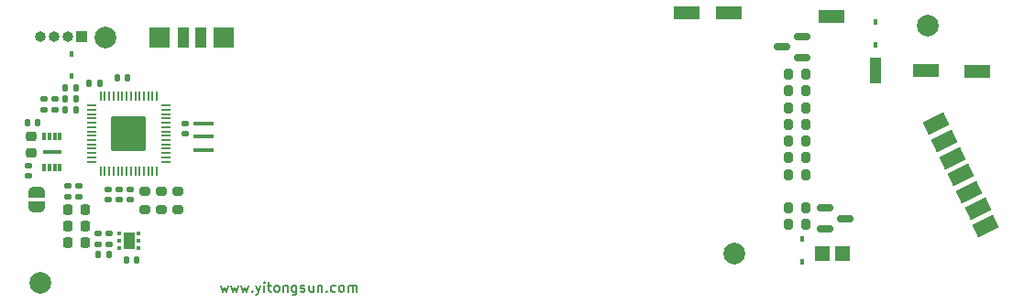
<source format=gbr>
%TF.GenerationSoftware,KiCad,Pcbnew,(7.0.0-40-g49f6a63a06)*%
%TF.CreationDate,2023-02-16T00:57:38+00:00*%
%TF.ProjectId,OPSX,4f505358-2e6b-4696-9361-645f70636258,rev?*%
%TF.SameCoordinates,PX6578900PY6a86820*%
%TF.FileFunction,Soldermask,Top*%
%TF.FilePolarity,Negative*%
%FSLAX46Y46*%
G04 Gerber Fmt 4.6, Leading zero omitted, Abs format (unit mm)*
G04 Created by KiCad (PCBNEW (7.0.0-40-g49f6a63a06)) date 2023-02-16 00:57:38*
%MOMM*%
%LPD*%
G01*
G04 APERTURE LIST*
G04 Aperture macros list*
%AMRoundRect*
0 Rectangle with rounded corners*
0 $1 Rounding radius*
0 $2 $3 $4 $5 $6 $7 $8 $9 X,Y pos of 4 corners*
0 Add a 4 corners polygon primitive as box body*
4,1,4,$2,$3,$4,$5,$6,$7,$8,$9,$2,$3,0*
0 Add four circle primitives for the rounded corners*
1,1,$1+$1,$2,$3*
1,1,$1+$1,$4,$5*
1,1,$1+$1,$6,$7*
1,1,$1+$1,$8,$9*
0 Add four rect primitives between the rounded corners*
20,1,$1+$1,$2,$3,$4,$5,0*
20,1,$1+$1,$4,$5,$6,$7,0*
20,1,$1+$1,$6,$7,$8,$9,0*
20,1,$1+$1,$8,$9,$2,$3,0*%
%AMRotRect*
0 Rectangle, with rotation*
0 The origin of the aperture is its center*
0 $1 length*
0 $2 width*
0 $3 Rotation angle, in degrees counterclockwise*
0 Add horizontal line*
21,1,$1,$2,0,0,$3*%
%AMFreePoly0*
4,1,19,0.500000,-0.750000,0.000000,-0.750000,0.000000,-0.744911,-0.071157,-0.744911,-0.207708,-0.704816,-0.327430,-0.627875,-0.420627,-0.520320,-0.479746,-0.390866,-0.500000,-0.250000,-0.500000,0.250000,-0.479746,0.390866,-0.420627,0.520320,-0.327430,0.627875,-0.207708,0.704816,-0.071157,0.744911,0.000000,0.744911,0.000000,0.750000,0.500000,0.750000,0.500000,-0.750000,0.500000,-0.750000,
$1*%
%AMFreePoly1*
4,1,19,0.000000,0.744911,0.071157,0.744911,0.207708,0.704816,0.327430,0.627875,0.420627,0.520320,0.479746,0.390866,0.500000,0.250000,0.500000,-0.250000,0.479746,-0.390866,0.420627,-0.520320,0.327430,-0.627875,0.207708,-0.704816,0.071157,-0.744911,0.000000,-0.744911,0.000000,-0.750000,-0.500000,-0.750000,-0.500000,0.750000,0.000000,0.750000,0.000000,0.744911,0.000000,0.744911,
$1*%
G04 Aperture macros list end*
%ADD10C,0.140000*%
%ADD11RoundRect,0.200000X0.200000X0.275000X-0.200000X0.275000X-0.200000X-0.275000X0.200000X-0.275000X0*%
%ADD12RoundRect,0.150000X0.587500X0.150000X-0.587500X0.150000X-0.587500X-0.150000X0.587500X-0.150000X0*%
%ADD13RoundRect,0.140000X0.140000X0.170000X-0.140000X0.170000X-0.140000X-0.170000X0.140000X-0.170000X0*%
%ADD14RoundRect,0.135000X0.185000X-0.135000X0.185000X0.135000X-0.185000X0.135000X-0.185000X-0.135000X0*%
%ADD15C,2.000000*%
%ADD16RoundRect,0.140000X-0.170000X0.140000X-0.170000X-0.140000X0.170000X-0.140000X0.170000X0.140000X0*%
%ADD17R,1.900000X0.400000*%
%ADD18RoundRect,0.050000X0.050000X-0.387500X0.050000X0.387500X-0.050000X0.387500X-0.050000X-0.387500X0*%
%ADD19RoundRect,0.050000X0.387500X-0.050000X0.387500X0.050000X-0.387500X0.050000X-0.387500X-0.050000X0*%
%ADD20RoundRect,0.144000X1.456000X-1.456000X1.456000X1.456000X-1.456000X1.456000X-1.456000X-1.456000X0*%
%ADD21R,0.450000X0.600000*%
%ADD22RoundRect,0.200000X-0.200000X-0.275000X0.200000X-0.275000X0.200000X0.275000X-0.200000X0.275000X0*%
%ADD23RoundRect,0.200000X-0.275000X0.200000X-0.275000X-0.200000X0.275000X-0.200000X0.275000X0.200000X0*%
%ADD24RoundRect,0.225000X0.225000X0.250000X-0.225000X0.250000X-0.225000X-0.250000X0.225000X-0.250000X0*%
%ADD25RoundRect,0.135000X-0.135000X-0.185000X0.135000X-0.185000X0.135000X0.185000X-0.135000X0.185000X0*%
%ADD26RoundRect,0.093750X-0.093750X-0.106250X0.093750X-0.106250X0.093750X0.106250X-0.093750X0.106250X0*%
%ADD27R,1.000000X1.600000*%
%ADD28RoundRect,0.140000X0.170000X-0.140000X0.170000X0.140000X-0.170000X0.140000X-0.170000X-0.140000X0*%
%ADD29RotRect,2.150000X1.300000X26.000000*%
%ADD30R,2.410900X1.148900*%
%ADD31R,1.135175X2.404174*%
%ADD32R,2.355450X1.200000*%
%ADD33R,1.943250X1.953550*%
%ADD34R,1.050000X1.950000*%
%ADD35R,1.413846X1.475000*%
%ADD36R,1.371600X1.473750*%
%ADD37RoundRect,0.150000X-0.587500X-0.150000X0.587500X-0.150000X0.587500X0.150000X-0.587500X0.150000X0*%
%ADD38FreePoly0,90.000000*%
%ADD39FreePoly1,90.000000*%
%ADD40RoundRect,0.225000X-0.250000X0.225000X-0.250000X-0.225000X0.250000X-0.225000X0.250000X0.225000X0*%
%ADD41R,1.000000X1.000000*%
%ADD42O,1.000000X1.000000*%
%ADD43RoundRect,0.140000X-0.140000X-0.170000X0.140000X-0.170000X0.140000X0.170000X-0.140000X0.170000X0*%
%ADD44R,0.300000X0.650000*%
%ADD45R,1.700000X0.400000*%
G04 APERTURE END LIST*
D10*
X16678571Y-230642D02*
X16850000Y-830642D01*
X16850000Y-830642D02*
X17021428Y-402071D01*
X17021428Y-402071D02*
X17192857Y-830642D01*
X17192857Y-830642D02*
X17364285Y-230642D01*
X17621428Y-230642D02*
X17792857Y-830642D01*
X17792857Y-830642D02*
X17964285Y-402071D01*
X17964285Y-402071D02*
X18135714Y-830642D01*
X18135714Y-830642D02*
X18307142Y-230642D01*
X18564285Y-230642D02*
X18735714Y-830642D01*
X18735714Y-830642D02*
X18907142Y-402071D01*
X18907142Y-402071D02*
X19078571Y-830642D01*
X19078571Y-830642D02*
X19249999Y-230642D01*
X19592856Y-744928D02*
X19635713Y-787785D01*
X19635713Y-787785D02*
X19592856Y-830642D01*
X19592856Y-830642D02*
X19549999Y-787785D01*
X19549999Y-787785D02*
X19592856Y-744928D01*
X19592856Y-744928D02*
X19592856Y-830642D01*
X19935713Y-230642D02*
X20149999Y-830642D01*
X20364284Y-230642D02*
X20149999Y-830642D01*
X20149999Y-830642D02*
X20064284Y-1044928D01*
X20064284Y-1044928D02*
X20021427Y-1087785D01*
X20021427Y-1087785D02*
X19935713Y-1130642D01*
X20707141Y-830642D02*
X20707141Y-230642D01*
X20707141Y69358D02*
X20664284Y26500D01*
X20664284Y26500D02*
X20707141Y-16357D01*
X20707141Y-16357D02*
X20749998Y26500D01*
X20749998Y26500D02*
X20707141Y69358D01*
X20707141Y69358D02*
X20707141Y-16357D01*
X21007141Y-230642D02*
X21349998Y-230642D01*
X21135712Y69358D02*
X21135712Y-702071D01*
X21135712Y-702071D02*
X21178569Y-787785D01*
X21178569Y-787785D02*
X21264284Y-830642D01*
X21264284Y-830642D02*
X21349998Y-830642D01*
X21778570Y-830642D02*
X21692855Y-787785D01*
X21692855Y-787785D02*
X21649998Y-744928D01*
X21649998Y-744928D02*
X21607141Y-659214D01*
X21607141Y-659214D02*
X21607141Y-402071D01*
X21607141Y-402071D02*
X21649998Y-316357D01*
X21649998Y-316357D02*
X21692855Y-273500D01*
X21692855Y-273500D02*
X21778570Y-230642D01*
X21778570Y-230642D02*
X21907141Y-230642D01*
X21907141Y-230642D02*
X21992855Y-273500D01*
X21992855Y-273500D02*
X22035713Y-316357D01*
X22035713Y-316357D02*
X22078570Y-402071D01*
X22078570Y-402071D02*
X22078570Y-659214D01*
X22078570Y-659214D02*
X22035713Y-744928D01*
X22035713Y-744928D02*
X21992855Y-787785D01*
X21992855Y-787785D02*
X21907141Y-830642D01*
X21907141Y-830642D02*
X21778570Y-830642D01*
X22464284Y-230642D02*
X22464284Y-830642D01*
X22464284Y-316357D02*
X22507141Y-273500D01*
X22507141Y-273500D02*
X22592856Y-230642D01*
X22592856Y-230642D02*
X22721427Y-230642D01*
X22721427Y-230642D02*
X22807141Y-273500D01*
X22807141Y-273500D02*
X22849999Y-359214D01*
X22849999Y-359214D02*
X22849999Y-830642D01*
X23664285Y-230642D02*
X23664285Y-959214D01*
X23664285Y-959214D02*
X23621427Y-1044928D01*
X23621427Y-1044928D02*
X23578570Y-1087785D01*
X23578570Y-1087785D02*
X23492856Y-1130642D01*
X23492856Y-1130642D02*
X23364285Y-1130642D01*
X23364285Y-1130642D02*
X23278570Y-1087785D01*
X23664285Y-787785D02*
X23578570Y-830642D01*
X23578570Y-830642D02*
X23407142Y-830642D01*
X23407142Y-830642D02*
X23321427Y-787785D01*
X23321427Y-787785D02*
X23278570Y-744928D01*
X23278570Y-744928D02*
X23235713Y-659214D01*
X23235713Y-659214D02*
X23235713Y-402071D01*
X23235713Y-402071D02*
X23278570Y-316357D01*
X23278570Y-316357D02*
X23321427Y-273500D01*
X23321427Y-273500D02*
X23407142Y-230642D01*
X23407142Y-230642D02*
X23578570Y-230642D01*
X23578570Y-230642D02*
X23664285Y-273500D01*
X24049999Y-787785D02*
X24135713Y-830642D01*
X24135713Y-830642D02*
X24307142Y-830642D01*
X24307142Y-830642D02*
X24392856Y-787785D01*
X24392856Y-787785D02*
X24435713Y-702071D01*
X24435713Y-702071D02*
X24435713Y-659214D01*
X24435713Y-659214D02*
X24392856Y-573500D01*
X24392856Y-573500D02*
X24307142Y-530642D01*
X24307142Y-530642D02*
X24178571Y-530642D01*
X24178571Y-530642D02*
X24092856Y-487785D01*
X24092856Y-487785D02*
X24049999Y-402071D01*
X24049999Y-402071D02*
X24049999Y-359214D01*
X24049999Y-359214D02*
X24092856Y-273500D01*
X24092856Y-273500D02*
X24178571Y-230642D01*
X24178571Y-230642D02*
X24307142Y-230642D01*
X24307142Y-230642D02*
X24392856Y-273500D01*
X25207142Y-230642D02*
X25207142Y-830642D01*
X24821427Y-230642D02*
X24821427Y-702071D01*
X24821427Y-702071D02*
X24864284Y-787785D01*
X24864284Y-787785D02*
X24949999Y-830642D01*
X24949999Y-830642D02*
X25078570Y-830642D01*
X25078570Y-830642D02*
X25164284Y-787785D01*
X25164284Y-787785D02*
X25207142Y-744928D01*
X25635713Y-230642D02*
X25635713Y-830642D01*
X25635713Y-316357D02*
X25678570Y-273500D01*
X25678570Y-273500D02*
X25764285Y-230642D01*
X25764285Y-230642D02*
X25892856Y-230642D01*
X25892856Y-230642D02*
X25978570Y-273500D01*
X25978570Y-273500D02*
X26021428Y-359214D01*
X26021428Y-359214D02*
X26021428Y-830642D01*
X26449999Y-744928D02*
X26492856Y-787785D01*
X26492856Y-787785D02*
X26449999Y-830642D01*
X26449999Y-830642D02*
X26407142Y-787785D01*
X26407142Y-787785D02*
X26449999Y-744928D01*
X26449999Y-744928D02*
X26449999Y-830642D01*
X27264285Y-787785D02*
X27178570Y-830642D01*
X27178570Y-830642D02*
X27007142Y-830642D01*
X27007142Y-830642D02*
X26921427Y-787785D01*
X26921427Y-787785D02*
X26878570Y-744928D01*
X26878570Y-744928D02*
X26835713Y-659214D01*
X26835713Y-659214D02*
X26835713Y-402071D01*
X26835713Y-402071D02*
X26878570Y-316357D01*
X26878570Y-316357D02*
X26921427Y-273500D01*
X26921427Y-273500D02*
X27007142Y-230642D01*
X27007142Y-230642D02*
X27178570Y-230642D01*
X27178570Y-230642D02*
X27264285Y-273500D01*
X27778571Y-830642D02*
X27692856Y-787785D01*
X27692856Y-787785D02*
X27649999Y-744928D01*
X27649999Y-744928D02*
X27607142Y-659214D01*
X27607142Y-659214D02*
X27607142Y-402071D01*
X27607142Y-402071D02*
X27649999Y-316357D01*
X27649999Y-316357D02*
X27692856Y-273500D01*
X27692856Y-273500D02*
X27778571Y-230642D01*
X27778571Y-230642D02*
X27907142Y-230642D01*
X27907142Y-230642D02*
X27992856Y-273500D01*
X27992856Y-273500D02*
X28035714Y-316357D01*
X28035714Y-316357D02*
X28078571Y-402071D01*
X28078571Y-402071D02*
X28078571Y-659214D01*
X28078571Y-659214D02*
X28035714Y-744928D01*
X28035714Y-744928D02*
X27992856Y-787785D01*
X27992856Y-787785D02*
X27907142Y-830642D01*
X27907142Y-830642D02*
X27778571Y-830642D01*
X28464285Y-830642D02*
X28464285Y-230642D01*
X28464285Y-316357D02*
X28507142Y-273500D01*
X28507142Y-273500D02*
X28592857Y-230642D01*
X28592857Y-230642D02*
X28721428Y-230642D01*
X28721428Y-230642D02*
X28807142Y-273500D01*
X28807142Y-273500D02*
X28850000Y-359214D01*
X28850000Y-359214D02*
X28850000Y-830642D01*
X28850000Y-359214D02*
X28892857Y-273500D01*
X28892857Y-273500D02*
X28978571Y-230642D01*
X28978571Y-230642D02*
X29107142Y-230642D01*
X29107142Y-230642D02*
X29192857Y-273500D01*
X29192857Y-273500D02*
X29235714Y-359214D01*
X29235714Y-359214D02*
X29235714Y-830642D01*
D11*
%TO.C,R10*%
X70725000Y11550000D03*
X69075000Y11550000D03*
%TD*%
D12*
%TO.C,Q2*%
X70387500Y20850000D03*
X70387500Y22750000D03*
X68512500Y21800000D03*
%TD*%
D13*
%TO.C,C12*%
X-220000Y14800000D03*
X-1180000Y14800000D03*
%TD*%
D14*
%TO.C,R14*%
X6350000Y3540000D03*
X6350000Y4560000D03*
%TD*%
D15*
%TO.C,FID1*%
X0Y0D03*
%TD*%
D16*
%TO.C,C9*%
X6300000Y8630000D03*
X6300000Y7670000D03*
%TD*%
D17*
%TO.C,Y1*%
X15099999Y14699999D03*
X15099999Y12299999D03*
X15099999Y13499999D03*
%TD*%
D16*
%TO.C,C8*%
X2550000Y8930000D03*
X2550000Y7970000D03*
%TD*%
%TO.C,R1*%
X350000Y16980000D03*
X350000Y16020000D03*
%TD*%
D18*
%TO.C,U2*%
X5580000Y10362500D03*
X5980000Y10362500D03*
X6380000Y10362500D03*
X6780000Y10362500D03*
X7180000Y10362500D03*
X7580000Y10362500D03*
X7980000Y10362500D03*
X8380000Y10362500D03*
X8780000Y10362500D03*
X9180000Y10362500D03*
X9580000Y10362500D03*
X9980000Y10362500D03*
X10380000Y10362500D03*
X10780000Y10362500D03*
D19*
X11617500Y11200000D03*
X11617500Y11600000D03*
X11617500Y12000000D03*
X11617500Y12400000D03*
X11617500Y12800000D03*
X11617500Y13200000D03*
X11617500Y13600000D03*
X11617500Y14000000D03*
X11617500Y14400000D03*
X11617500Y14800000D03*
X11617500Y15200000D03*
X11617500Y15600000D03*
X11617500Y16000000D03*
X11617500Y16400000D03*
D18*
X10780000Y17237500D03*
X10380000Y17237500D03*
X9980000Y17237500D03*
X9580000Y17237500D03*
X9180000Y17237500D03*
X8780000Y17237500D03*
X8380000Y17237500D03*
X7980000Y17237500D03*
X7580000Y17237500D03*
X7180000Y17237500D03*
X6780000Y17237500D03*
X6380000Y17237500D03*
X5980000Y17237500D03*
X5580000Y17237500D03*
D19*
X4742500Y16400000D03*
X4742500Y16000000D03*
X4742500Y15600000D03*
X4742500Y15200000D03*
X4742500Y14800000D03*
X4742500Y14400000D03*
X4742500Y14000000D03*
X4742500Y13600000D03*
X4742500Y13200000D03*
X4742500Y12800000D03*
X4742500Y12400000D03*
X4742500Y12000000D03*
X4742500Y11600000D03*
X4742500Y11200000D03*
D20*
X8180000Y13800000D03*
%TD*%
D21*
%TO.C,D2*%
X77149999Y21999999D03*
X77149999Y24099999D03*
%TD*%
D22*
%TO.C,R11*%
X69075000Y13100000D03*
X70725000Y13100000D03*
%TD*%
D16*
%TO.C,C5*%
X5350000Y4530000D03*
X5350000Y3570000D03*
%TD*%
D21*
%TO.C,D3*%
X2849999Y19099999D03*
X2849999Y21199999D03*
%TD*%
D22*
%TO.C,R8*%
X69075000Y6950000D03*
X70725000Y6950000D03*
%TD*%
D23*
%TO.C,R16*%
X9700000Y8425000D03*
X9700000Y6775000D03*
%TD*%
D21*
%TO.C,D1*%
X70399999Y4049999D03*
X70399999Y1949999D03*
%TD*%
D16*
%TO.C,R2*%
X1350000Y16980000D03*
X1350000Y16020000D03*
%TD*%
D24*
%TO.C,C6*%
X4125000Y3750000D03*
X2575000Y3750000D03*
%TD*%
D23*
%TO.C,R18*%
X12700000Y8425000D03*
X12700000Y6775000D03*
%TD*%
D25*
%TO.C,R15*%
X5340000Y2600000D03*
X6360000Y2600000D03*
%TD*%
D26*
%TO.C,U4*%
X7312500Y4550000D03*
X7312500Y3900000D03*
X7312500Y3250000D03*
X9087500Y3250000D03*
X9087500Y3900000D03*
X9087500Y4550000D03*
D27*
X8199999Y3899999D03*
%TD*%
D28*
%TO.C,R4*%
X13350000Y13770000D03*
X13350000Y14730000D03*
%TD*%
D24*
%TO.C,C7*%
X4125000Y6750000D03*
X2575000Y6750000D03*
%TD*%
D29*
%TO.C,U1*%
X82738649Y14692249D03*
X83513649Y13117249D03*
X84288649Y11542249D03*
X85038649Y9967249D03*
X85813649Y8392249D03*
X86588649Y6817249D03*
X87338649Y5242249D03*
D30*
X86538649Y19567799D03*
X81813649Y19617249D03*
D31*
X77142961Y19673436D03*
D30*
X73088649Y24667249D03*
X63638649Y24967249D03*
D32*
X59713649Y24942249D03*
D33*
X16988649Y22717249D03*
D34*
X14863649Y22717249D03*
X13213649Y22717249D03*
D33*
X11013649Y22717249D03*
D35*
X72263649Y2692249D03*
D36*
X74063649Y2692249D03*
%TD*%
D37*
%TO.C,Q1*%
X72462500Y6900000D03*
X72462500Y5000000D03*
X74337500Y5950000D03*
%TD*%
D13*
%TO.C,C1*%
X3280000Y17000000D03*
X2320000Y17000000D03*
%TD*%
D11*
%TO.C,R5*%
X70725000Y10000000D03*
X69075000Y10000000D03*
%TD*%
D38*
%TO.C,SW1*%
X-300000Y7050000D03*
D39*
X-300000Y8350000D03*
%TD*%
D40*
%TO.C,C13*%
X-850000Y13575000D03*
X-850000Y12025000D03*
%TD*%
D22*
%TO.C,R7*%
X69075000Y16200000D03*
X70725000Y16200000D03*
%TD*%
D41*
%TO.C,J1*%
X3792499Y22749999D03*
D42*
X2522499Y22749999D03*
X1252499Y22749999D03*
X-17499Y22749999D03*
%TD*%
D16*
%TO.C,C3*%
X7280000Y8630000D03*
X7280000Y7670000D03*
%TD*%
D22*
%TO.C,R13*%
X69075000Y19300000D03*
X70725000Y19300000D03*
%TD*%
D15*
%TO.C,FID4*%
X6000000Y22700000D03*
%TD*%
D23*
%TO.C,R17*%
X11200000Y8425000D03*
X11200000Y6775000D03*
%TD*%
D15*
%TO.C,FID3*%
X82000000Y23800000D03*
%TD*%
D16*
%TO.C,C14*%
X3550000Y8930000D03*
X3550000Y7970000D03*
%TD*%
D24*
%TO.C,C16*%
X4125000Y5250000D03*
X2575000Y5250000D03*
%TD*%
D13*
%TO.C,C2*%
X3280000Y18000000D03*
X2320000Y18000000D03*
%TD*%
D43*
%TO.C,C11*%
X4520000Y18450000D03*
X5480000Y18450000D03*
%TD*%
D16*
%TO.C,R3*%
X-1100000Y10830000D03*
X-1100000Y9870000D03*
%TD*%
D11*
%TO.C,R6*%
X70725000Y14650000D03*
X69075000Y14650000D03*
%TD*%
D15*
%TO.C,FID2*%
X64100000Y2700000D03*
%TD*%
D11*
%TO.C,R12*%
X70725000Y5400000D03*
X69075000Y5400000D03*
%TD*%
D13*
%TO.C,C10*%
X3280000Y16000000D03*
X2320000Y16000000D03*
%TD*%
D16*
%TO.C,C17*%
X8280000Y8630000D03*
X8280000Y7670000D03*
%TD*%
D43*
%TO.C,C4*%
X7970000Y2100000D03*
X8930000Y2100000D03*
%TD*%
D22*
%TO.C,R9*%
X69075000Y17750000D03*
X70725000Y17750000D03*
%TD*%
D44*
%TO.C,U3*%
X329999Y10639999D03*
X829999Y10639999D03*
X1329999Y10639999D03*
X1829999Y10639999D03*
X1829999Y13539999D03*
X1329999Y13539999D03*
X829999Y13539999D03*
X329999Y13539999D03*
D45*
X1079999Y12089999D03*
%TD*%
D43*
%TO.C,C18*%
X7120000Y19000000D03*
X8080000Y19000000D03*
%TD*%
M02*

</source>
